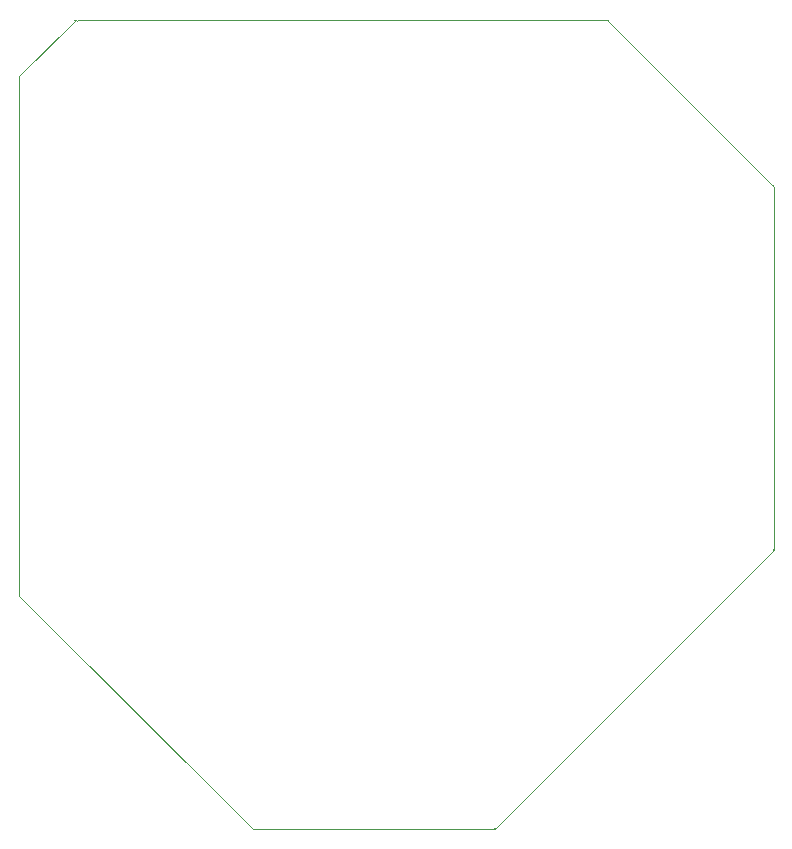
<source format=gbr>
%TF.GenerationSoftware,Altium Limited,Altium Designer,22.1.2 (22)*%
G04 Layer_Color=0*
%FSLAX45Y45*%
%MOMM*%
%TF.SameCoordinates,487542E7-F005-4C77-86B1-A0AEE8F943D7*%
%TF.FilePolarity,Positive*%
%TF.FileFunction,Profile,NP*%
%TF.Part,Single*%
G01*
G75*
%TA.AperFunction,Profile*%
%ADD66C,0.02540*%
D66*
X6556936Y4474050D02*
G02*
X6553162Y4483100I8964J9050D01*
G01*
Y8864600D01*
D02*
G02*
X6556936Y8873650I12738J0D01*
G01*
X6556893Y8873607D01*
X7026793Y9343507D01*
D02*
G02*
X7048500Y9335485I9007J-9007D01*
G01*
D02*
G02*
X7061200Y9347238I12700J-985D01*
G01*
X11531600D01*
D02*
G02*
X11540650Y9343464I0J-12738D01*
G01*
X11540607Y9343507D01*
X12937607Y7946507D01*
X12937564Y7946550D01*
D02*
G02*
X12941338Y7937500I-8964J-9050D01*
G01*
Y4864100D01*
D02*
G02*
X12937564Y4855050I-12738J0D01*
G01*
X12937607Y4855093D01*
X10588107Y2505593D01*
X10588150Y2505636D01*
D02*
G02*
X10579100Y2501862I-9050J8964D01*
G01*
X8534400D01*
D02*
G02*
X8525350Y2505636I0J12738D01*
G01*
X8525393Y2505593D01*
X6556936Y4474050D01*
%TF.MD5,f4ae14aefb1a23851b84acbe45624a64*%
M02*

</source>
